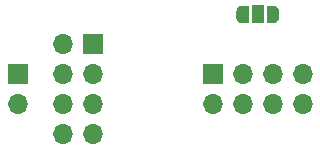
<source format=gbr>
%TF.GenerationSoftware,KiCad,Pcbnew,(5.1.10)-1*%
%TF.CreationDate,2021-09-12T15:17:43+08:00*%
%TF.ProjectId,fc,66632e6b-6963-4616-945f-706362585858,rev?*%
%TF.SameCoordinates,Original*%
%TF.FileFunction,Soldermask,Top*%
%TF.FilePolarity,Negative*%
%FSLAX46Y46*%
G04 Gerber Fmt 4.6, Leading zero omitted, Abs format (unit mm)*
G04 Created by KiCad (PCBNEW (5.1.10)-1) date 2021-09-12 15:17:43*
%MOMM*%
%LPD*%
G01*
G04 APERTURE LIST*
%ADD10R,1.000000X1.500000*%
%ADD11C,0.350000*%
%ADD12R,1.700000X1.700000*%
%ADD13O,1.700000X1.700000*%
G04 APERTURE END LIST*
D10*
%TO.C,JP1*%
X109220000Y-41910000D03*
D11*
G36*
X110520000Y-41160602D02*
G01*
X110544534Y-41160602D01*
X110593365Y-41165412D01*
X110641490Y-41174984D01*
X110688445Y-41189228D01*
X110733778Y-41208005D01*
X110777051Y-41231136D01*
X110817850Y-41258396D01*
X110855779Y-41289524D01*
X110890476Y-41324221D01*
X110921604Y-41362150D01*
X110948864Y-41402949D01*
X110971995Y-41446222D01*
X110990772Y-41491555D01*
X111005016Y-41538510D01*
X111014588Y-41586635D01*
X111019398Y-41635466D01*
X111019398Y-41660000D01*
X111020000Y-41660000D01*
X111020000Y-42160000D01*
X111019398Y-42160000D01*
X111019398Y-42184534D01*
X111014588Y-42233365D01*
X111005016Y-42281490D01*
X110990772Y-42328445D01*
X110971995Y-42373778D01*
X110948864Y-42417051D01*
X110921604Y-42457850D01*
X110890476Y-42495779D01*
X110855779Y-42530476D01*
X110817850Y-42561604D01*
X110777051Y-42588864D01*
X110733778Y-42611995D01*
X110688445Y-42630772D01*
X110641490Y-42645016D01*
X110593365Y-42654588D01*
X110544534Y-42659398D01*
X110520000Y-42659398D01*
X110520000Y-42660000D01*
X109970000Y-42660000D01*
X109970000Y-41160000D01*
X110520000Y-41160000D01*
X110520000Y-41160602D01*
G37*
G36*
X108470000Y-42660000D02*
G01*
X107920000Y-42660000D01*
X107920000Y-42659398D01*
X107895466Y-42659398D01*
X107846635Y-42654588D01*
X107798510Y-42645016D01*
X107751555Y-42630772D01*
X107706222Y-42611995D01*
X107662949Y-42588864D01*
X107622150Y-42561604D01*
X107584221Y-42530476D01*
X107549524Y-42495779D01*
X107518396Y-42457850D01*
X107491136Y-42417051D01*
X107468005Y-42373778D01*
X107449228Y-42328445D01*
X107434984Y-42281490D01*
X107425412Y-42233365D01*
X107420602Y-42184534D01*
X107420602Y-42160000D01*
X107420000Y-42160000D01*
X107420000Y-41660000D01*
X107420602Y-41660000D01*
X107420602Y-41635466D01*
X107425412Y-41586635D01*
X107434984Y-41538510D01*
X107449228Y-41491555D01*
X107468005Y-41446222D01*
X107491136Y-41402949D01*
X107518396Y-41362150D01*
X107549524Y-41324221D01*
X107584221Y-41289524D01*
X107622150Y-41258396D01*
X107662949Y-41231136D01*
X107706222Y-41208005D01*
X107751555Y-41189228D01*
X107798510Y-41174984D01*
X107846635Y-41165412D01*
X107895466Y-41160602D01*
X107920000Y-41160602D01*
X107920000Y-41160000D01*
X108470000Y-41160000D01*
X108470000Y-42660000D01*
G37*
%TD*%
D12*
%TO.C,J2*%
X105410000Y-46990000D03*
D13*
X105410000Y-49530000D03*
X107950000Y-46990000D03*
X107950000Y-49530000D03*
X110490000Y-46990000D03*
X110490000Y-49530000D03*
X113030000Y-46990000D03*
X113030000Y-49530000D03*
%TD*%
D12*
%TO.C,J1*%
X95250000Y-44450000D03*
D13*
X92710000Y-44450000D03*
X95250000Y-46990000D03*
X92710000Y-46990000D03*
X95250000Y-49530000D03*
X92710000Y-49530000D03*
X95250000Y-52070000D03*
X92710000Y-52070000D03*
%TD*%
%TO.C,J3*%
X88900000Y-49530000D03*
D12*
X88900000Y-46990000D03*
%TD*%
M02*

</source>
